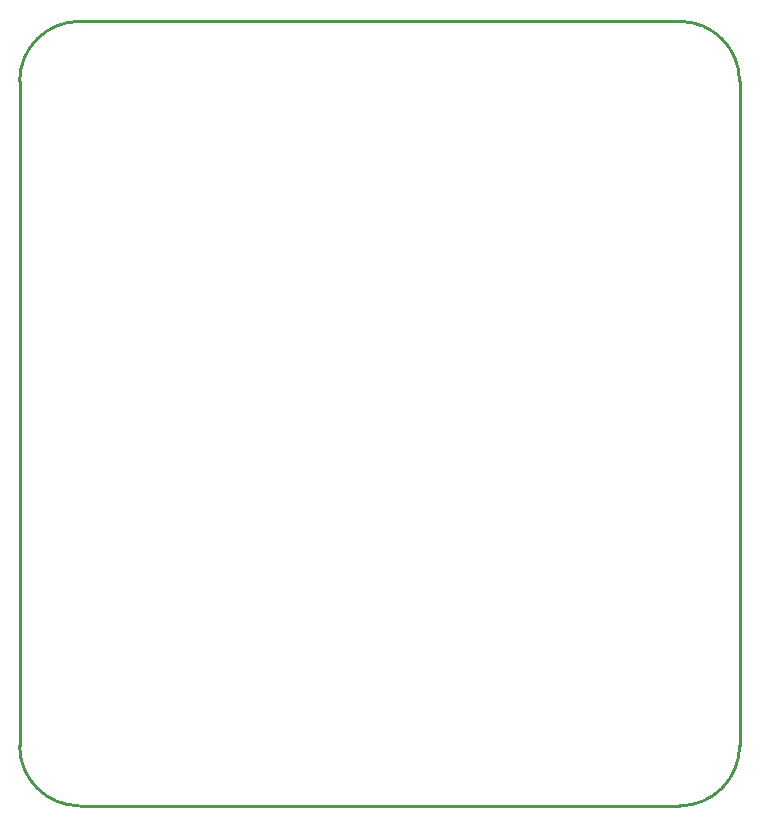
<source format=gko>
%FSDAX24Y24*%
%MOIN*%
%SFA1B1*%

%IPPOS*%
%ADD20C,0.010000*%
%LNmetr4810_pcb_b_layout-1*%
%LPD*%
G54D20*
X002000Y022150D02*
D01*
D01*
G75*
G03X000000Y024150I-2000J0D01*
G74*G01*
Y-002000D02*
D01*
D01*
G75*
G03X002000Y000000I0J2000D01*
G74*G01*
X-022000D02*
D01*
D01*
G75*
G03X-020000Y-002000I2000J0D01*
G74*G01*
Y024150D02*
D01*
D01*
G75*
G03X-022000Y022150I0J-2000D01*
G74*G01*
X-020000Y024150D02*
X000000D01*
X002000Y000000D02*
Y022150D01*
X-022000Y000000D02*
Y022150D01*
X-020000Y-002000D02*
X000000D01*
M02*
</source>
